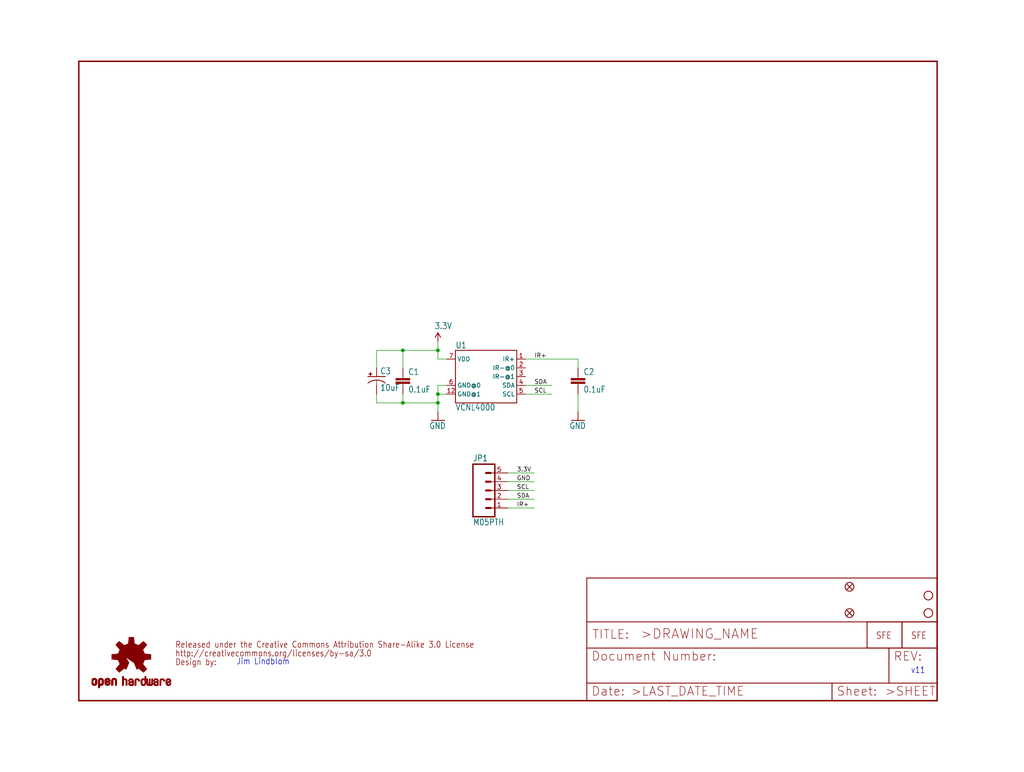
<source format=kicad_sch>
(kicad_sch (version 20211123) (generator eeschema)
  (paper "User" 297.002 223.926)
  (lib_symbols
    (symbol "schematicEagle-eagle-import:3.3V" (power)
      (property "Value" "3.3V" (at -1.016 3.556 0))
      (symbol "3.3V_1_0"
        (pin power_in line (at 0 0 90) (length 2.54) (name "3.3V") (number "1"))
      )
    )
    (symbol "schematicEagle-eagle-import:CAP0402-CAP"
      (property "Reference" "C" (at 1.524 2.921 0))
      (property "Value" "CAP0402-CAP" (at 1.524 -2.159 0))
      (symbol "CAP0402-CAP_1_0"
        (pin passive line (at 0 5.08 270) (length 2.54) (name "1") (number "1"))
        (pin passive line (at 0 -2.54 90) (length 2.54) (name "2") (number "2"))
      )
    )
    (symbol "schematicEagle-eagle-import:CAP_POL1206"
      (property "Reference" "C" (at 1.016 0.635 0))
      (property "Value" "CAP_POL1206" (at 1.016 -4.191 0))
      (symbol "CAP_POL1206_1_0"
        (pin passive line (at 0 2.54 270) (length 2.54) (name "+") (number "A"))
        (pin passive line (at 0 -5.08 90) (length 2.54) (name "-") (number "C"))
      )
    )
    (symbol "schematicEagle-eagle-import:CREATIVE_COMMONS"
      (symbol "CREATIVE_COMMONS_1_0"
        (text "Design by:" (at 0 0 0) (effects (font (size 1.778 1.5113)) (justify left bottom)))
        (text "http://creativecommons.org/licenses/by-sa/3.0" (at 0 2.54 0) (effects (font (size 1.778 1.5113)) (justify left bottom)))
        (text "Released under the Creative Commons Attribution Share-Alike 3.0 License" (at 0 5.08 0) (effects (font (size 1.778 1.5113)) (justify left bottom)))
      )
    )
    (symbol "schematicEagle-eagle-import:FIDUCIALUFIDUCIAL")
    (symbol "schematicEagle-eagle-import:FRAME-LETTER"
      (symbol "FRAME-LETTER_2_0"
        (text ">DRAWING_NAME" (at 15.494 17.78 0) (effects (font (size 2.7432 2.7432)) (justify left bottom)))
        (text ">LAST_DATE_TIME" (at 12.7 1.27 0) (effects (font (size 2.54 2.54)) (justify left bottom)))
        (text ">SHEET" (at 86.36 1.27 0) (effects (font (size 2.54 2.54)) (justify left bottom)))
        (text "Date:" (at 1.27 1.27 0) (effects (font (size 2.54 2.54)) (justify left bottom)))
        (text "Document Number:" (at 1.27 11.43 0) (effects (font (size 2.54 2.54)) (justify left bottom)))
        (text "REV:" (at 88.9 11.43 0) (effects (font (size 2.54 2.54)) (justify left bottom)))
        (text "Sheet:" (at 72.39 1.27 0) (effects (font (size 2.54 2.54)) (justify left bottom)))
        (text "TITLE:" (at 1.524 17.78 0) (effects (font (size 2.54 2.54)) (justify left bottom)))
      )
    )
    (symbol "schematicEagle-eagle-import:GND" (power)
      (property "Value" "GND" (at -2.54 -2.54 0))
      (symbol "GND_1_0"
        (pin power_in line (at 0 2.54 270) (length 2.54) (name "GND") (number "1"))
      )
    )
    (symbol "schematicEagle-eagle-import:LOGO-SFENW2"
      (symbol "LOGO-SFENW2_1_0"
        (text "SFE" (at 0 0 0) (effects (font (size 1.9304 1.6408)) (justify left bottom)))
      )
    )
    (symbol "schematicEagle-eagle-import:LOGO-SFESK"
      (symbol "LOGO-SFESK_1_0"
        (text "SFE" (at 0 0 0) (effects (font (size 1.9304 1.6408)) (justify left bottom)))
      )
    )
    (symbol "schematicEagle-eagle-import:M05PTH"
      (property "Reference" "JP" (at -2.54 8.382 0))
      (property "Value" "M05PTH" (at -2.54 -10.16 0))
      (symbol "M05PTH_1_0"
        (pin passive line (at 7.62 -5.08 180) (length 5.08) (name "1") (number "1"))
        (pin passive line (at 7.62 -2.54 180) (length 5.08) (name "2") (number "2"))
        (pin passive line (at 7.62 0 180) (length 5.08) (name "3") (number "3"))
        (pin passive line (at 7.62 2.54 180) (length 5.08) (name "4") (number "4"))
        (pin passive line (at 7.62 5.08 180) (length 5.08) (name "5") (number "5"))
      )
    )
    (symbol "schematicEagle-eagle-import:OSHW-LOGOS")
    (symbol "schematicEagle-eagle-import:STAND-OFF")
    (symbol "schematicEagle-eagle-import:VCNL4000"
      (property "Reference" "U" (at -7.62 8.128 0))
      (property "Value" "VCNL4000" (at -7.62 -9.906 0))
      (symbol "VCNL4000_1_0"
        (pin bidirectional line (at 12.7 5.08 180) (length 2.54) (name "IR+") (number "1"))
        (pin bidirectional line (at -10.16 -5.08 0) (length 2.54) (name "GND@1") (number "12"))
        (pin bidirectional line (at 12.7 2.54 180) (length 2.54) (name "IR-@0") (number "2"))
        (pin bidirectional line (at 12.7 0 180) (length 2.54) (name "IR-@1") (number "3"))
        (pin bidirectional line (at 12.7 -2.54 180) (length 2.54) (name "SDA") (number "4"))
        (pin bidirectional line (at 12.7 -5.08 180) (length 2.54) (name "SCL") (number "5"))
        (pin bidirectional line (at -10.16 -2.54 0) (length 2.54) (name "GND@0") (number "6"))
        (pin bidirectional line (at -10.16 5.08 0) (length 2.54) (name "VDD") (number "7"))
      )
    )
  )
  (junction (at 116.84 116.84))
  (junction (at 127 101.6))
  (junction (at 127 114.3))
  (junction (at 127 116.84))
  (junction (at 116.84 101.6))
  (wire (pts (xy 129.54 104.14) (xy 127 104.14)))
  (wire (pts (xy 116.84 101.6) (xy 127 101.6)))
  (wire (pts (xy 152.4 114.3) (xy 160.02 114.3)))
  (wire (pts (xy 167.64 104.14) (xy 167.64 106.68)))
  (wire (pts (xy 127 101.6) (xy 127 99.06)))
  (wire (pts (xy 147.32 139.7) (xy 154.94 139.7)))
  (wire (pts (xy 147.32 144.78) (xy 154.94 144.78)))
  (wire (pts (xy 109.22 114.3) (xy 109.22 116.84)))
  (wire (pts (xy 109.22 106.68) (xy 109.22 101.6)))
  (wire (pts (xy 109.22 116.84) (xy 116.84 116.84)))
  (wire (pts (xy 152.4 111.76) (xy 160.02 111.76)))
  (wire (pts (xy 116.84 106.68) (xy 116.84 101.6)))
  (wire (pts (xy 127 111.76) (xy 127 114.3)))
  (wire (pts (xy 127 104.14) (xy 127 101.6)))
  (wire (pts (xy 127 114.3) (xy 127 116.84)))
  (wire (pts (xy 129.54 114.3) (xy 127 114.3)))
  (wire (pts (xy 127 116.84) (xy 127 119.38)))
  (wire (pts (xy 147.32 137.16) (xy 154.94 137.16)))
  (wire (pts (xy 167.64 119.38) (xy 167.64 114.3)))
  (wire (pts (xy 116.84 114.3) (xy 116.84 116.84)))
  (wire (pts (xy 109.22 101.6) (xy 116.84 101.6)))
  (wire (pts (xy 147.32 147.32) (xy 154.94 147.32)))
  (wire (pts (xy 116.84 116.84) (xy 127 116.84)))
  (wire (pts (xy 152.4 104.14) (xy 167.64 104.14)))
  (wire (pts (xy 147.32 142.24) (xy 154.94 142.24)))
  (wire (pts (xy 129.54 111.76) (xy 127 111.76)))
  (text "Jim Lindblom" (at 68.58 193.04 180) (effects (font (size 1.778 1.5113)) (justify left bottom)))
  (text "v11" (at 264.16 195.58 180) (effects (font (size 1.778 1.5113)) (justify left bottom)))
  (label "3.3V" (at 149.86 137.16 0) (effects (font (size 1.2446 1.2446))))
  (label "SDA" (at 149.86 144.78 0) (effects (font (size 1.2446 1.2446))))
  (label "IR+" (at 149.86 147.32 0) (effects (font (size 1.2446 1.2446))))
  (label "IR+" (at 154.94 104.14 0) (effects (font (size 1.2446 1.2446))))
  (label "SDA" (at 154.94 111.76 0) (effects (font (size 1.2446 1.2446))))
  (label "SCL" (at 154.94 114.3 0) (effects (font (size 1.2446 1.2446))))
  (label "GND" (at 149.86 139.7 0) (effects (font (size 1.2446 1.2446))))
  (label "SCL" (at 149.86 142.24 0) (effects (font (size 1.2446 1.2446))))
  (symbol (lib_id "schematicEagle-eagle-import:CAP_POL1206") (at 109.22 109.22 0) (unit 1)
    (property "Reference" "C3" (at 110.236 108.585 0) (effects (font (size 1.778 1.5113)) (justify left bottom)))
    (property "Value" "10uF" (at 110.236 113.411 0) (effects (font (size 1.778 1.5113)) (justify left bottom)))
    (property "Footprint" "schematicEagle:EIA3216" (effects hide))
  )
  (symbol (lib_id "schematicEagle-eagle-import:GND") (at 127 121.92 0) (unit 1)
    (property "Reference" "#GND1" (effects hide))
    (property "Value" "GND" (at 124.46 124.46 0) (effects (font (size 1.778 1.5113)) (justify left bottom)))
    (property "Footprint" "schematicEagle:" (effects hide))
  )
  (symbol (lib_id "schematicEagle-eagle-import:LOGO-SFENW2") (at 264.16 185.42 0) (unit 1)
    (property "Reference" "JP2" (effects hide))
    (property "Value" "LOGO-SFENW2" (effects hide))
    (property "Footprint" "schematicEagle:SFE-NEW-WEB" (effects hide))
  )
  (symbol (lib_id "schematicEagle-eagle-import:CAP0402-CAP") (at 167.64 111.76 0) (unit 1)
    (property "Reference" "C2" (at 169.164 108.839 0) (effects (font (size 1.778 1.5113)) (justify left bottom)))
    (property "Value" "0.1uF" (at 169.164 113.919 0) (effects (font (size 1.778 1.5113)) (justify left bottom)))
    (property "Footprint" "schematicEagle:0402-CAP" (effects hide))
  )
  (symbol (lib_id "schematicEagle-eagle-import:FIDUCIALUFIDUCIAL") (at 246.38 177.8 0) (unit 1)
    (property "Reference" "JP6" (effects hide))
    (property "Value" "FIDUCIALUFIDUCIAL" (effects hide))
    (property "Footprint" "schematicEagle:MICRO-FIDUCIAL" (effects hide))
  )
  (symbol (lib_id "schematicEagle-eagle-import:FIDUCIALUFIDUCIAL") (at 246.38 170.18 0) (unit 1)
    (property "Reference" "JP7" (effects hide))
    (property "Value" "FIDUCIALUFIDUCIAL" (effects hide))
    (property "Footprint" "schematicEagle:MICRO-FIDUCIAL" (effects hide))
  )
  (symbol (lib_id "schematicEagle-eagle-import:OSHW-LOGOS") (at 38.1 190.5 0) (unit 1)
    (property "Reference" "U$1" (effects hide))
    (property "Value" "OSHW-LOGOS" (effects hide))
    (property "Footprint" "schematicEagle:OSHW-LOGO-S" (effects hide))
  )
  (symbol (lib_id "schematicEagle-eagle-import:GND") (at 167.64 121.92 0) (unit 1)
    (property "Reference" "#GND2" (effects hide))
    (property "Value" "GND" (at 165.1 124.46 0) (effects (font (size 1.778 1.5113)) (justify left bottom)))
    (property "Footprint" "schematicEagle:" (effects hide))
  )
  (symbol (lib_id "schematicEagle-eagle-import:FRAME-LETTER") (at 170.18 203.2 0) (unit 2)
    (property "Reference" "#FRAME1" (effects hide))
    (property "Value" "FRAME-LETTER" (effects hide))
    (property "Footprint" "schematicEagle:" (effects hide))
  )
  (symbol (lib_id "schematicEagle-eagle-import:LOGO-SFESK") (at 254 185.42 0) (unit 1)
    (property "Reference" "JP5" (effects hide))
    (property "Value" "LOGO-SFESK" (effects hide))
    (property "Footprint" "schematicEagle:SFE-LOGO-FLAME" (effects hide))
  )
  (symbol (lib_id "schematicEagle-eagle-import:FRAME-LETTER") (at 22.86 203.2 0) (unit 1)
    (property "Reference" "#FRAME1" (effects hide))
    (property "Value" "FRAME-LETTER" (effects hide))
    (property "Footprint" "schematicEagle:" (effects hide))
  )
  (symbol (lib_id "schematicEagle-eagle-import:3.3V") (at 127 99.06 0) (unit 1)
    (property "Reference" "#P+1" (effects hide))
    (property "Value" "3.3V" (at 125.984 95.504 0) (effects (font (size 1.778 1.5113)) (justify left bottom)))
    (property "Footprint" "schematicEagle:" (effects hide))
  )
  (symbol (lib_id "schematicEagle-eagle-import:CREATIVE_COMMONS") (at 50.8 193.04 0) (unit 1)
    (property "Reference" "U$2" (effects hide))
    (property "Value" "CREATIVE_COMMONS" (effects hide))
    (property "Footprint" "schematicEagle:CREATIVE_COMMONS" (effects hide))
  )
  (symbol (lib_id "schematicEagle-eagle-import:CAP0402-CAP") (at 116.84 111.76 0) (unit 1)
    (property "Reference" "C1" (at 118.364 108.839 0) (effects (font (size 1.778 1.5113)) (justify left bottom)))
    (property "Value" "0.1uF" (at 118.364 113.919 0) (effects (font (size 1.778 1.5113)) (justify left bottom)))
    (property "Footprint" "schematicEagle:0402-CAP" (effects hide))
  )
  (symbol (lib_id "schematicEagle-eagle-import:M05PTH") (at 139.7 142.24 0) (unit 1)
    (property "Reference" "JP1" (at 137.16 133.858 0) (effects (font (size 1.778 1.5113)) (justify left bottom)))
    (property "Value" "M05PTH" (at 137.16 152.4 0) (effects (font (size 1.778 1.5113)) (justify left bottom)))
    (property "Footprint" "schematicEagle:1X05" (effects hide))
  )
  (symbol (lib_id "schematicEagle-eagle-import:STAND-OFF") (at 269.24 177.8 0) (unit 1)
    (property "Reference" "JP3" (effects hide))
    (property "Value" "STAND-OFF" (effects hide))
    (property "Footprint" "schematicEagle:STAND-OFF" (effects hide))
  )
  (symbol (lib_id "schematicEagle-eagle-import:VCNL4000") (at 139.7 109.22 0) (unit 1)
    (property "Reference" "U1" (at 132.08 101.092 0) (effects (font (size 1.778 1.5113)) (justify left bottom)))
    (property "Value" "VCNL4000" (at 132.08 119.126 0) (effects (font (size 1.778 1.5113)) (justify left bottom)))
    (property "Footprint" "schematicEagle:VCNL4000" (effects hide))
  )
  (symbol (lib_id "schematicEagle-eagle-import:STAND-OFF") (at 269.24 172.72 0) (unit 1)
    (property "Reference" "JP4" (effects hide))
    (property "Value" "STAND-OFF" (effects hide))
    (property "Footprint" "schematicEagle:STAND-OFF" (effects hide))
  )
)
</source>
